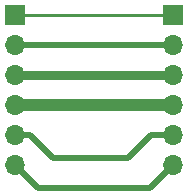
<source format=gbr>
G04 #@! TF.GenerationSoftware,KiCad,Pcbnew,(5.1.5-0)*
G04 #@! TF.CreationDate,2021-02-24T20:38:46-05:00*
G04 #@! TF.ProjectId,Untitled,556e7469-746c-4656-942e-6b696361645f,rev?*
G04 #@! TF.SameCoordinates,Original*
G04 #@! TF.FileFunction,Copper,L1,Top*
G04 #@! TF.FilePolarity,Positive*
%FSLAX46Y46*%
G04 Gerber Fmt 4.6, Leading zero omitted, Abs format (unit mm)*
G04 Created by KiCad (PCBNEW (5.1.5-0)) date 2021-02-24 20:38:46*
%MOMM*%
%LPD*%
G04 APERTURE LIST*
%ADD10O,1.700000X1.700000*%
%ADD11R,1.700000X1.700000*%
%ADD12C,0.500000*%
%ADD13C,1.000000*%
%ADD14C,0.750000*%
%ADD15C,0.250000*%
G04 APERTURE END LIST*
D10*
X159305001Y-107235001D03*
X159305001Y-104695001D03*
X159305001Y-102155001D03*
X159305001Y-99615001D03*
X159305001Y-97075001D03*
D11*
X159305001Y-94535001D03*
X172720000Y-94535001D03*
D10*
X172720000Y-97075001D03*
X172720000Y-99615001D03*
X172720000Y-102155001D03*
X172720000Y-104695001D03*
X172720000Y-107235001D03*
D12*
X170735001Y-109220000D02*
X172720000Y-107235001D01*
X161290000Y-109220000D02*
X170735001Y-109220000D01*
X159305001Y-107235001D02*
X161290000Y-109220000D01*
X159305001Y-104695001D02*
X160575001Y-104695001D01*
X160575001Y-104695001D02*
X162560000Y-106680000D01*
X162560000Y-106680000D02*
X168910000Y-106680000D01*
X170894999Y-104695001D02*
X172720000Y-104695001D01*
X168910000Y-106680000D02*
X170894999Y-104695001D01*
D13*
X159305001Y-102155001D02*
X172720000Y-102155001D01*
D14*
X159305001Y-99615001D02*
X172720000Y-99615001D01*
D12*
X159305001Y-97075001D02*
X172720000Y-97075001D01*
D15*
X159305001Y-94535001D02*
X172720000Y-94535001D01*
M02*

</source>
